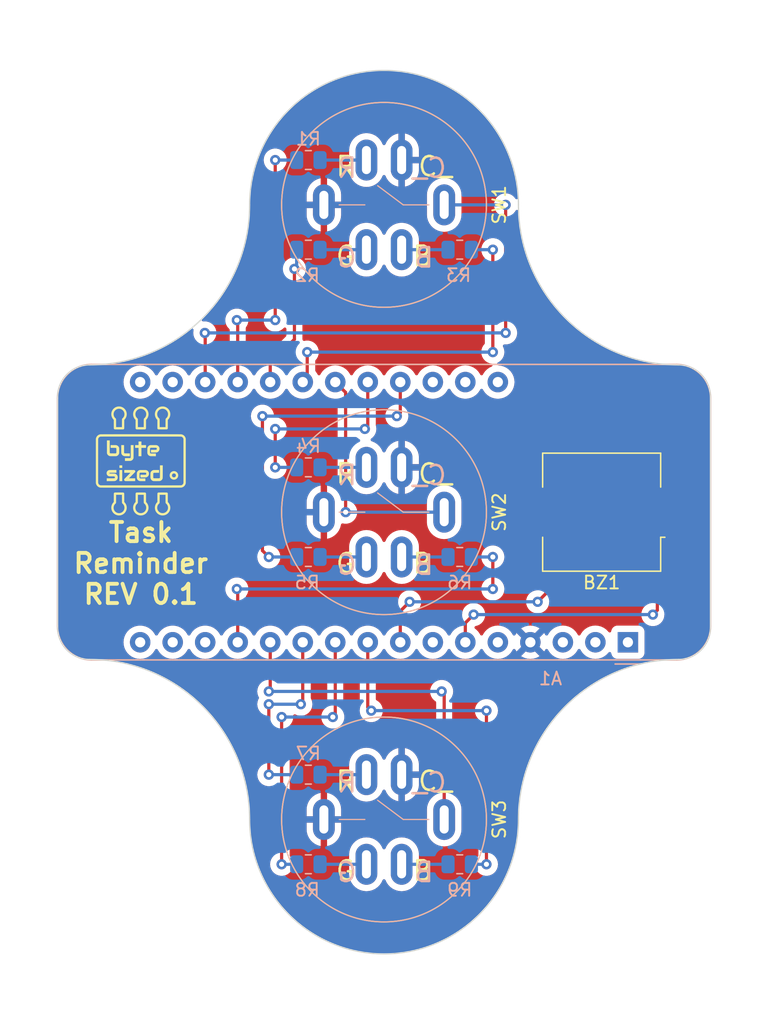
<source format=kicad_pcb>
(kicad_pcb (version 20240108) (generator "pcbnew") (generator_version "8.0")
  (title_block (title "Task Reminder") (rev "0.1"))
  (layers (0 "F.Cu" signal) (31 "B.Cu" signal) (34 "B.Paste" user) (35 "F.Paste" user) (36 "B.SilkS" user "B.Silkscreen") (37 "F.SilkS" user "F.Silkscreen") (38 "B.Mask" user) (39 "F.Mask" user) (44 "Edge.Cuts" user))
  (net 0 "")
  (net 13 "GND")
  (net 14 "Net-(SW1-G)")
  (net 15 "Net-(SW1-B)")
  (net 16 "/SW1")
  (net 17 "Net-(SW1-R)")
  (net 18 "Net-(SW2-G)")
  (net 19 "Net-(SW2-B)")
  (net 20 "/SW2")
  (net 21 "Net-(SW2-R)")
  (net 22 "Net-(SW3-G)")
  (net 23 "Net-(SW3-B)")
  (net 24 "/SW3")
  (net 25 "Net-(SW3-R)")
  (net 26 "/SW1_R")
  (net 27 "/SW1_G")
  (net 28 "/SW1_B")
  (net 29 "/SW2_R")
  (net 30 "/SW2_G")
  (net 31 "/SW2_B")
  (net 32 "/SW3_R")
  (net 33 "/SW3_G")
  (net 34 "/SW3_B")
  (net 36 "Net-(A1-I39{slash}A3)")
  (net 37 "Net-(A1-DAC1{slash}A1)")
  (footprint "byte sized engineering:byteSizedEngineeringLogo-10mm" (layer "F.Cu") (at 81 96)
    (property "Reference" "G***" (hide yes))
    (property "Value" "LOGO" (hide yes))
  )
  (footprint "Chow_Check_Library:Push_BH16NBBBRGB" (layer "F.Cu") (at 100 124 -90)
    (property "Reference" "SW3" (at 0 -9 90) (layer "F.SilkS"))
    (property "Value" "SW_Push_RGB_LED")
    (fp_text user "C_" (at -2 -5 0) (layer "B.SilkS") (effects (font (size 1.5 1.5) (thickness 0.2)) (justify left bottom mirror)))
    (fp_text user "B" (at 5 -4 0) (layer "B.SilkS") (effects (font (size 1.5 1.5) (thickness 0.2)) (justify left bottom mirror)))
    (fp_text user "G" (at 5 2 0) (layer "B.SilkS") (effects (font (size 1.5 1.5) (thickness 0.2)) (justify left bottom mirror)))
    (fp_text user "R" (at -2 2 0) (layer "B.SilkS") (effects (font (size 1.5 1.5) (thickness 0.2)) (justify left bottom mirror)))
    (fp_text user "B" (at 4 -3 0) (layer "F.SilkS") (effects (font (size 1.5 1.5) (thickness 0.2))))
    (fp_text user "G" (at 4 3 0) (layer "F.SilkS") (effects (font (size 1.5 1.5) (thickness 0.2))))
    (fp_text user "R" (at -3 3 0) (layer "F.SilkS") (effects (font (size 1.5 1.5) (thickness 0.2))))
    (fp_text user "C_" (at -3 -4 0) (layer "F.SilkS") (effects (font (size 1.5 1.5) (thickness 0.2))))
    (pad "1" thru_hole oval (at 0 4.7 270) (size 3.2 1.7) (drill oval 2.2 0.7) (layers "*.Cu" "*.Mask") (net 13 "GND"))
    (pad "2" thru_hole oval (at 3.5 1.375 270) (size 3.2 1.7) (drill oval 2.2 0.7) (layers "*.Cu" "*.Mask") (net 22 "Net-(SW3-G)"))
    (pad "3" thru_hole oval (at 3.5 -1.375 270) (size 3.2 1.7) (drill oval 2.2 0.7) (layers "*.Cu" "*.Mask") (net 23 "Net-(SW3-B)"))
    (pad "4" thru_hole oval (at 0 -4.7 270) (size 3.2 1.7) (drill oval 2.2 0.7) (layers "*.Cu" "*.Mask") (net 24 "/SW3"))
    (pad "5" thru_hole oval (at -3.5 -1.375 270) (size 3.2 1.7) (drill oval 2.2 0.7) (layers "*.Cu" "*.Mask") (net 13 "GND"))
    (pad "6" thru_hole oval (at -3.5 1.375 270) (size 3.2 1.7) (drill oval 2.2 0.7) (layers "*.Cu" "*.Mask") (net 25 "Net-(SW3-R)"))
  )
  (footprint "Buzzer_Beeper:Buzzer_Murata_PKMCS0909E" (layer "F.Cu") (at 117 100 180)
    (property "Reference" "BZ1" (at 0 -5.5 0) (layer "F.SilkS"))
    (property "Value" "Buzzer")
    (pad "1" smd rect (at -4.35 0 180) (size 1.3 3.4) (layers "F.Cu" "F.Paste" "F.Mask") (net 37 "Net-(A1-DAC1{slash}A1)"))
    (pad "2" smd rect (at 4.35 0 180) (size 1.3 3.4) (layers "F.Cu" "F.Paste" "F.Mask") (net 36 "Net-(A1-I39{slash}A3)"))
  )
  (footprint "Chow_Check_Library:Push_BH16NBBBRGB" (layer "F.Cu") (at 100 76 -90)
    (property "Reference" "SW1" (at 0 -9 90) (layer "F.SilkS"))
    (property "Value" "SW_Push_RGB_LED")
    (fp_text user "G" (at 5 2 0) (layer "B.SilkS") (effects (font (size 1.5 1.5) (thickness 0.2)) (justify left bottom mirror)))
    (fp_text user "C_" (at -2 -5 0) (layer "B.SilkS") (effects (font (size 1.5 1.5) (thickness 0.2)) (justify left bottom mirror)))
    (fp_text user "R" (at -2 2 0) (layer "B.SilkS") (effects (font (size 1.5 1.5) (thickness 0.2)) (justify left bottom mirror)))
    (fp_text user "B" (at 5 -4 0) (layer "B.SilkS") (effects (font (size 1.5 1.5) (thickness 0.2)) (justify left bottom mirror)))
    (fp_text user "C_" (at -3 -4 0) (layer "F.SilkS") (effects (font (size 1.5 1.5) (thickness 0.2))))
    (fp_text user "G" (at 4 3 0) (layer "F.SilkS") (effects (font (size 1.5 1.5) (thickness 0.2))))
    (fp_text user "R" (at -3 3 0) (layer "F.SilkS") (effects (font (size 1.5 1.5) (thickness 0.2))))
    (fp_text user "B" (at 4 -3 0) (layer "F.SilkS") (effects (font (size 1.5 1.5) (thickness 0.2))))
    (pad "1" thru_hole oval (at 0 4.7 270) (size 3.2 1.7) (drill oval 2.2 0.7) (layers "*.Cu" "*.Mask") (net 13 "GND"))
    (pad "2" thru_hole oval (at 3.5 1.375 270) (size 3.2 1.7) (drill oval 2.2 0.7) (layers "*.Cu" "*.Mask") (net 14 "Net-(SW1-G)"))
    (pad "3" thru_hole oval (at 3.5 -1.375 270) (size 3.2 1.7) (drill oval 2.2 0.7) (layers "*.Cu" "*.Mask") (net 15 "Net-(SW1-B)"))
    (pad "4" thru_hole oval (at 0 -4.7 270) (size 3.2 1.7) (drill oval 2.2 0.7) (layers "*.Cu" "*.Mask") (net 16 "/SW1"))
    (pad "5" thru_hole oval (at -3.5 -1.375 270) (size 3.2 1.7) (drill oval 2.2 0.7) (layers "*.Cu" "*.Mask") (net 13 "GND"))
    (pad "6" thru_hole oval (at -3.5 1.375 270) (size 3.2 1.7) (drill oval 2.2 0.7) (layers "*.Cu" "*.Mask") (net 17 "Net-(SW1-R)"))
  )
  (footprint "Chow_Check_Library:Push_BH16NBBBRGB" (layer "F.Cu") (at 100 100 -90)
    (property "Reference" "SW2" (at 0 -9 90) (layer "F.SilkS"))
    (property "Value" "SW_Push_RGB_LED")
    (fp_text user "R" (at -2 2 0) (layer "B.SilkS") (effects (font (size 1.5 1.5) (thickness 0.2)) (justify left bottom mirror)))
    (fp_text user "G" (at 5 2 0) (layer "B.SilkS") (effects (font (size 1.5 1.5) (thickness 0.2)) (justify left bottom mirror)))
    (fp_text user "B" (at 5 -4 0) (layer "B.SilkS") (effects (font (size 1.5 1.5) (thickness 0.2)) (justify left bottom mirror)))
    (fp_text user "C_" (at -2 -5 0) (layer "B.SilkS") (effects (font (size 1.5 1.5) (thickness 0.2)) (justify left bottom mirror)))
    (fp_text user "C_" (at -3 -4 0) (layer "F.SilkS") (effects (font (size 1.5 1.5) (thickness 0.2))))
    (fp_text user "B" (at 4 -3 0) (layer "F.SilkS") (effects (font (size 1.5 1.5) (thickness 0.2))))
    (fp_text user "R" (at -3 3 0) (layer "F.SilkS") (effects (font (size 1.5 1.5) (thickness 0.2))))
    (fp_text user "G" (at 4 3 0) (layer "F.SilkS") (effects (font (size 1.5 1.5) (thickness 0.2))))
    (pad "1" thru_hole oval (at 0 4.7 270) (size 3.2 1.7) (drill oval 2.2 0.7) (layers "*.Cu" "*.Mask") (net 13 "GND"))
    (pad "2" thru_hole oval (at 3.5 1.375 270) (size 3.2 1.7) (drill oval 2.2 0.7) (layers "*.Cu" "*.Mask") (net 18 "Net-(SW2-G)"))
    (pad "3" thru_hole oval (at 3.5 -1.375 270) (size 3.2 1.7) (drill oval 2.2 0.7) (layers "*.Cu" "*.Mask") (net 19 "Net-(SW2-B)"))
    (pad "4" thru_hole oval (at 0 -4.7 270) (size 3.2 1.7) (drill oval 2.2 0.7) (layers "*.Cu" "*.Mask") (net 20 "/SW2"))
    (pad "5" thru_hole oval (at -3.5 -1.375 270) (size 3.2 1.7) (drill oval 2.2 0.7) (layers "*.Cu" "*.Mask") (net 13 "GND"))
    (pad "6" thru_hole oval (at -3.5 1.375 270) (size 3.2 1.7) (drill oval 2.2 0.7) (layers "*.Cu" "*.Mask") (net 21 "Net-(SW2-R)"))
  )
  (footprint "Resistor_SMD:R_0805_2012Metric" (layer "B.Cu") (at 94.0875 96.5 180)
    (property "Reference" "R4" (at 0 1.65 0) (layer "B.SilkS") (effects (justify mirror)))
    (property "Value" "1k")
    (pad "1" smd roundrect (at -0.9125 0 180) (size 1.025 1.4) (layers "B.Cu" "B.Paste" "B.Mask") (roundrect_rratio 0.243902439) (net 21 "Net-(SW2-R)"))
    (pad "2" smd roundrect (at 0.9125 0 180) (size 1.025 1.4) (layers "B.Cu" "B.Paste" "B.Mask") (roundrect_rratio 0.243902439) (net 29 "/SW2_R"))
  )
  (footprint "Resistor_SMD:R_0805_2012Metric" (layer "B.Cu") (at 105.9125 103.5)
    (property "Reference" "R6" (at 0 2 0) (layer "B.SilkS") (effects (justify mirror)))
    (property "Value" "1k")
    (pad "1" smd roundrect (at -0.9125 0) (size 1.025 1.4) (layers "B.Cu" "B.Paste" "B.Mask") (roundrect_rratio 0.243902439) (net 19 "Net-(SW2-B)"))
    (pad "2" smd roundrect (at 0.9125 0) (size 1.025 1.4) (layers "B.Cu" "B.Paste" "B.Mask") (roundrect_rratio 0.243902439) (net 31 "/SW2_B"))
  )
  (footprint "Resistor_SMD:R_0805_2012Metric" (layer "B.Cu") (at 105.9125 79.5)
    (property "Reference" "R3" (at -0.0875 2 0) (layer "B.SilkS") (effects (justify mirror)))
    (property "Value" "1k")
    (pad "1" smd roundrect (at -0.9125 0) (size 1.025 1.4) (layers "B.Cu" "B.Paste" "B.Mask") (roundrect_rratio 0.243902439) (net 15 "Net-(SW1-B)"))
    (pad "2" smd roundrect (at 0.9125 0) (size 1.025 1.4) (layers "B.Cu" "B.Paste" "B.Mask") (roundrect_rratio 0.243902439) (net 28 "/SW1_B"))
  )
  (footprint "Resistor_SMD:R_0805_2012Metric" (layer "B.Cu") (at 94.0875 79.5 180)
    (property "Reference" "R2" (at 0.0875 -2 0) (layer "B.SilkS") (effects (justify mirror)))
    (property "Value" "1k")
    (pad "1" smd roundrect (at -0.9125 0 180) (size 1.025 1.4) (layers "B.Cu" "B.Paste" "B.Mask") (roundrect_rratio 0.243902439) (net 14 "Net-(SW1-G)"))
    (pad "2" smd roundrect (at 0.9125 0 180) (size 1.025 1.4) (layers "B.Cu" "B.Paste" "B.Mask") (roundrect_rratio 0.243902439) (net 27 "/SW1_G"))
  )
  (footprint "Resistor_SMD:R_0805_2012Metric" (layer "B.Cu") (at 94.0875 72.5 180)
    (property "Reference" "R1" (at 0 1.65 0) (layer "B.SilkS") (effects (justify mirror)))
    (property "Value" "1k")
    (pad "1" smd roundrect (at -0.9125 0 180) (size 1.025 1.4) (layers "B.Cu" "B.Paste" "B.Mask") (roundrect_rratio 0.243902439) (net 17 "Net-(SW1-R)"))
    (pad "2" smd roundrect (at 0.9125 0 180) (size 1.025 1.4) (layers "B.Cu" "B.Paste" "B.Mask") (roundrect_rratio 0.243902439) (net 26 "/SW1_R"))
  )
  (footprint "Resistor_SMD:R_0805_2012Metric" (layer "B.Cu") (at 94.0875 127.5 180)
    (property "Reference" "R8" (at 0.0875 -2 0) (layer "B.SilkS") (effects (justify mirror)))
    (property "Value" "1k")
    (pad "1" smd roundrect (at -0.9125 0 180) (size 1.025 1.4) (layers "B.Cu" "B.Paste" "B.Mask") (roundrect_rratio 0.243902439) (net 22 "Net-(SW3-G)"))
    (pad "2" smd roundrect (at 0.9125 0 180) (size 1.025 1.4) (layers "B.Cu" "B.Paste" "B.Mask") (roundrect_rratio 0.243902439) (net 33 "/SW3_G"))
  )
  (footprint "Resistor_SMD:R_0805_2012Metric" (layer "B.Cu") (at 105.9125 127.5)
    (property "Reference" "R9" (at 0 2 0) (layer "B.SilkS") (effects (justify mirror)))
    (property "Value" "1k")
    (pad "1" smd roundrect (at -0.9125 0) (size 1.025 1.4) (layers "B.Cu" "B.Paste" "B.Mask") (roundrect_rratio 0.243902439) (net 23 "Net-(SW3-B)"))
    (pad "2" smd roundrect (at 0.9125 0) (size 1.025 1.4) (layers "B.Cu" "B.Paste" "B.Mask") (roundrect_rratio 0.243902439) (net 34 "/SW3_B"))
  )
  (footprint "Module:Adafruit_Feather" (layer "B.Cu") (at 119.05 110.16 90)
    (property "Reference" "A1" (at -2.84 -6.05 180) (layer "B.SilkS") (effects (justify mirror)))
    (property "Value" "Adafruit_Feather_HUZZAH32_ESP32")
    (pad "1" thru_hole rect (at 0 0 270) (size 1.6 1.6) (drill 0.8) (layers "*.Cu" "*.Mask"))
    (pad "2" thru_hole circle (at 0 -2.54 270) (size 1.6 1.6) (drill 0.8) (layers "*.Cu" "*.Mask"))
    (pad "3" thru_hole circle (at 0 -5.08 270) (size 1.6 1.6) (drill 0.8) (layers "*.Cu" "*.Mask"))
    (pad "4" thru_hole circle (at 0 -7.62 270) (size 1.6 1.6) (drill 0.8) (layers "*.Cu" "*.Mask") (net 13 "GND"))
    (pad "5" thru_hole circle (at 0 -10.16 270) (size 1.6 1.6) (drill 0.8) (layers "*.Cu" "*.Mask"))
    (pad "6" thru_hole circle (at 0 -12.7 270) (size 1.6 1.6) (drill 0.8) (layers "*.Cu" "*.Mask") (net 37 "Net-(A1-DAC1{slash}A1)"))
    (pad "7" thru_hole circle (at 0 -15.24 270) (size 1.6 1.6) (drill 0.8) (layers "*.Cu" "*.Mask"))
    (pad "8" thru_hole circle (at 0 -17.78 270) (size 1.6 1.6) (drill 0.8) (layers "*.Cu" "*.Mask") (net 36 "Net-(A1-I39{slash}A3)"))
    (pad "9" thru_hole circle (at 0 -20.32 270) (size 1.6 1.6) (drill 0.8) (layers "*.Cu" "*.Mask") (net 34 "/SW3_B"))
    (pad "10" thru_hole circle (at 0 -22.86 270) (size 1.6 1.6) (drill 0.8) (layers "*.Cu" "*.Mask") (net 33 "/SW3_G"))
    (pad "11" thru_hole circle (at 0 -25.4 270) (size 1.6 1.6) (drill 0.8) (layers "*.Cu" "*.Mask") (net 32 "/SW3_R"))
    (pad "12" thru_hole circle (at 0 -27.94 270) (size 1.6 1.6) (drill 0.8) (layers "*.Cu" "*.Mask") (net 24 "/SW3"))
    (pad "13" thru_hole circle (at 0 -30.48 270) (size 1.6 1.6) (drill 0.8) (layers "*.Cu" "*.Mask") (net 31 "/SW2_B"))
    (pad "14" thru_hole circle (at 0 -33.02 270) (size 1.6 1.6) (drill 0.8) (layers "*.Cu" "*.Mask"))
    (pad "15" thru_hole circle (at 0 -35.56 270) (size 1.6 1.6) (drill 0.8) (layers "*.Cu" "*.Mask"))
    (pad "16" thru_hole circle (at 0 -38.1 270) (size 1.6 1.6) (drill 0.8) (layers "*.Cu" "*.Mask"))
    (pad "17" thru_hole circle (at 20.32 -38.1 270) (size 1.6 1.6) (drill 0.8) (layers "*.Cu" "*.Mask"))
    (pad "18" thru_hole circle (at 20.32 -35.56 270) (size 1.6 1.6) (drill 0.8) (layers "*.Cu" "*.Mask"))
    (pad "19" thru_hole circle (at 20.32 -33.02 270) (size 1.6 1.6) (drill 0.8) (layers "*.Cu" "*.Mask") (net 16 "/SW1"))
    (pad "20" thru_hole circle (at 20.32 -30.48 270) (size 1.6 1.6) (drill 0.8) (layers "*.Cu" "*.Mask") (net 26 "/SW1_R"))
    (pad "21" thru_hole circle (at 20.32 -27.94 270) (size 1.6 1.6) (drill 0.8) (layers "*.Cu" "*.Mask") (net 27 "/SW1_G"))
    (pad "22" thru_hole circle (at 20.32 -25.4 270) (size 1.6 1.6) (drill 0.8) (layers "*.Cu" "*.Mask") (net 28 "/SW1_B"))
    (pad "23" thru_hole circle (at 20.32 -22.86 270) (size 1.6 1.6) (drill 0.8) (layers "*.Cu" "*.Mask") (net 20 "/SW2"))
    (pad "24" thru_hole circle (at 20.32 -20.32 270) (size 1.6 1.6) (drill 0.8) (layers "*.Cu" "*.Mask") (net 29 "/SW2_R"))
    (pad "25" thru_hole circle (at 20.32 -17.78 270) (size 1.6 1.6) (drill 0.8) (layers "*.Cu" "*.Mask") (net 30 "/SW2_G"))
    (pad "26" thru_hole circle (at 20.32 -15.24 270) (size 1.6 1.6) (drill 0.8) (layers "*.Cu" "*.Mask"))
    (pad "27" thru_hole circle (at 20.32 -12.7 270) (size 1.6 1.6) (drill 0.8) (layers "*.Cu" "*.Mask"))
    (pad "28" thru_hole circle (at 20.32 -10.16 270) (size 1.6 1.6) (drill 0.8) (layers "*.Cu" "*.Mask"))
  )
  (footprint "Resistor_SMD:R_0805_2012Metric" (layer "B.Cu") (at 94.0875 120.5 180)
    (property "Reference" "R7" (at 0 1.65 0) (layer "B.SilkS") (effects (justify mirror)))
    (property "Value" "1k")
    (pad "1" smd roundrect (at -0.9125 0 180) (size 1.025 1.4) (layers "B.Cu" "B.Paste" "B.Mask") (roundrect_rratio 0.243902439) (net 25 "Net-(SW3-R)"))
    (pad "2" smd roundrect (at 0.9125 0 180) (size 1.025 1.4) (layers "B.Cu" "B.Paste" "B.Mask") (roundrect_rratio 0.243902439) (net 32 "/SW3_R"))
  )
  (footprint "Resistor_SMD:R_0805_2012Metric" (layer "B.Cu") (at 94.0875 103.5 180)
    (property "Reference" "R5" (at 0.0875 -2 0) (layer "B.SilkS") (effects (justify mirror)))
    (property "Value" "1k")
    (pad "1" smd roundrect (at -0.9125 0 180) (size 1.025 1.4) (layers "B.Cu" "B.Paste" "B.Mask") (roundrect_rratio 0.243902439) (net 18 "Net-(SW2-G)"))
    (pad "2" smd roundrect (at 0.9125 0 180) (size 1.025 1.4) (layers "B.Cu" "B.Paste" "B.Mask") (roundrect_rratio 0.243902439) (net 30 "/SW2_G"))
  )
  (gr_arc (start 125.5 109) (mid 124.767767 110.767767) (end 123 111.5) (stroke (width 0.1)) (layer "Edge.Cuts"))
  (gr_line (start 74.5 91) (end 74.5 109) (stroke (width 0.1)) (layer "Edge.Cuts"))
  (gr_arc (start 110.5 124) (mid 100 134.5) (end 89.5 124) (stroke (width 0.1)) (layer "Edge.Cuts"))
  (gr_arc (start 77 111.5) (mid 75.232233 110.767767) (end 74.5 109) (stroke (width 0.1)) (layer "Edge.Cuts"))
  (gr_arc (start 123 88.5) (mid 114.161165 84.838835) (end 110.5 76) (stroke (width 0.1)) (layer "Edge.Cuts"))
  (gr_arc (start 74.5 91) (mid 75.232233 89.232233) (end 77 88.5) (stroke (width 0.1)) (layer "Edge.Cuts"))
  (gr_arc (start 77 111.5) (mid 85.838835 115.161165) (end 89.5 124) (stroke (width 0.1)) (layer "Edge.Cuts"))
  (gr_arc (start 89.5 76) (mid 85.838835 84.838835) (end 77 88.5) (stroke (width 0.1)) (layer "Edge.Cuts"))
  (gr_arc (start 123 88.5) (mid 124.767767 89.232233) (end 125.5 91) (stroke (width 0.1)) (layer "Edge.Cuts"))
  (gr_arc (start 110.5 124) (mid 114.161165 115.161165) (end 123 111.5) (stroke (width 0.1)) (layer "Edge.Cuts"))
  (gr_arc (start 89.5 76) (mid 100 65.5) (end 110.5 76) (stroke (width 0.1)) (layer "Edge.Cuts"))
  (gr_line (start 125.5 91) (end 125.5 109) (stroke (width 0.1)) (layer "Edge.Cuts"))
  (gr_text "Task\nReminder\nREV ${REVISION}" (at 81 104 0) (layer "F.SilkS") (effects (font (size 1.5 1.5) (thickness 0.3) (bold yes))))
  (segment (start 95 79.5) (end 98.625 79.5) (width 0.25) (layer "B.Cu") (net 14))
  (segment (start 105 79.5) (end 101.375 79.5) (width 0.25) (layer "B.Cu") (net 15))
  (segment (start 86 86) (end 86.03 86.47) (width 0.25) (layer "F.Cu") (net 16))
  (segment (start 86.03 86.47) (end 86.03 89.84) (width 0.25) (layer "F.Cu") (net 16))
  (segment (start 109.5 86) (end 109.5 76) (width 0.25) (layer "F.Cu") (net 16))
  (via (at 109.5 76) (size 0.8) (drill 0.4) (layers "F.Cu" "B.Cu") (net 16))
  (via (at 86 86) (size 0.8) (drill 0.4) (layers "F.Cu" "B.Cu") (net 16))
  (via (at 109.5 86) (size 0.8) (drill 0.4) (layers "F.Cu" "B.Cu") (net 16))
  (segment (start 109.5 76) (end 104.7 76) (width 0.25) (layer "B.Cu") (net 16))
  (segment (start 86 86) (end 109.5 86) (width 0.25) (layer "B.Cu") (net 16))
  (segment (start 95 72.5) (end 98.625 72.5) (width 0.25) (layer "B.Cu") (net 17))
  (segment (start 95 103.5) (end 98.625 103.5) (width 0.25) (layer "B.Cu") (net 18))
  (segment (start 105 103.5) (end 101.375 103.5) (width 0.25) (layer "B.Cu") (net 19))
  (segment (start 97 90.65) (end 97 100) (width 0.25) (layer "F.Cu") (net 20))
  (segment (start 96.19 89.84) (end 97 90.65) (width 0.25) (layer "F.Cu") (net 20))
  (via (at 97 100) (size 0.8) (drill 0.4) (layers "F.Cu" "B.Cu") (net 20))
  (segment (start 97 100) (end 104.7 100) (width 0.25) (layer "B.Cu") (net 20))
  (segment (start 95 96.5) (end 98.625 96.5) (width 0.25) (layer "B.Cu") (net 21))
  (segment (start 95 127.5) (end 98.625 127.5) (width 0.25) (layer "B.Cu") (net 22))
  (segment (start 105 127.5) (end 101.375 127.5) (width 0.25) (layer "B.Cu") (net 23))
  (segment (start 91.11 110.16) (end 91.11 113.89) (width 0.25) (layer "F.Cu") (net 24))
  (segment (start 104.7 114.2) (end 104.7 124) (width 0.25) (layer "F.Cu") (net 24))
  (segment (start 104.5 114) (end 104.7 114.2) (width 0.25) (layer "F.Cu") (net 24))
  (segment (start 91.11 113.89) (end 91 114) (width 0.25) (layer "F.Cu") (net 24))
  (via (at 104.5 114) (size 0.8) (drill 0.4) (layers "F.Cu" "B.Cu") (net 24))
  (via (at 91 114) (size 0.8) (drill 0.4) (layers "F.Cu" "B.Cu") (net 24))
  (segment (start 91 114) (end 104.5 114) (width 0.25) (layer "B.Cu") (net 24))
  (segment (start 95 120.5) (end 98.625 120.5) (width 0.25) (layer "B.Cu") (net 25))
  (segment (start 88.57 89.84) (end 88.57 85.07) (width 0.25) (layer "F.Cu") (net 26))
  (segment (start 91.5 85) (end 91.5 72.5) (width 0.25) (layer "F.Cu") (net 26))
  (segment (start 88.57 85.07) (end 88.5 85) (width 0.25) (layer "F.Cu") (net 26))
  (via (at 91.5 85) (size 0.8) (drill 0.4) (layers "F.Cu" "B.Cu") (net 26))
  (via (at 88.5 85) (size 0.8) (drill 0.4) (layers "F.Cu" "B.Cu") (net 26))
  (via (at 91.5 72.5) (size 0.8) (drill 0.4) (layers "F.Cu" "B.Cu") (net 26))
  (segment (start 91.5 72.5) (end 93.175 72.5) (width 0.25) (layer "B.Cu") (net 26))
  (segment (start 88.5 85) (end 91.5 85) (width 0.25) (layer "B.Cu") (net 26))
  (segment (start 93 81) (end 93 86.5) (width 0.25) (layer "F.Cu") (net 27))
  (segment (start 91.11 88.39) (end 91.11 89.84) (width 0.25) (layer "F.Cu") (net 27))
  (segment (start 93 86.5) (end 91.11 88.39) (width 0.25) (layer "F.Cu") (net 27))
  (via (at 93 81) (size 0.8) (drill 0.4) (layers "F.Cu" "B.Cu") (net 27))
  (segment (start 93.175 80.825) (end 93 81) (width 0.25) (layer "B.Cu") (net 27))
  (segment (start 93.175 79.5) (end 93.175 80.825) (width 0.25) (layer "B.Cu") (net 27))
  (segment (start 94 87.5) (end 94 89.49) (width 0.25) (layer "F.Cu") (net 28))
  (segment (start 94 89.49) (end 93.65 89.84) (width 0.25) (layer "F.Cu") (net 28))
  (segment (start 108.5 79.5) (end 108.5 87.5) (width 0.25) (layer "F.Cu") (net 28))
  (via (at 108.5 87.5) (size 0.8) (drill 0.4) (layers "F.Cu" "B.Cu") (net 28))
  (via (at 108.5 79.5) (size 0.8) (drill 0.4) (layers "F.Cu" "B.Cu") (net 28))
  (via (at 94 87.5) (size 0.8) (drill 0.4) (layers "F.Cu" "B.Cu") (net 28))
  (segment (start 106.825 79.5) (end 108.5 79.5) (width 0.25) (layer "B.Cu") (net 28))
  (segment (start 108.5 87.5) (end 94 87.5) (width 0.25) (layer "B.Cu") (net 28))
  (segment (start 98.73 89.84) (end 98.73 93.27) (width 0.25) (layer "F.Cu") (net 29))
  (segment (start 98.73 93.27) (end 98.5 93.5) (width 0.25) (layer "F.Cu") (net 29))
  (segment (start 91.5 93.5) (end 91.5 96.5) (width 0.25) (layer "F.Cu") (net 29))
  (via (at 98.5 93.5) (size 0.8) (drill 0.4) (layers "F.Cu" "B.Cu") (net 29))
  (via (at 91.5 96.5) (size 0.8) (drill 0.4) (layers "F.Cu" "B.Cu") (net 29))
  (via (at 91.5 93.5) (size 0.8) (drill 0.4) (layers "F.Cu" "B.Cu") (net 29))
  (segment (start 98.5 93.5) (end 91.5 93.5) (width 0.25) (layer "B.Cu") (net 29))
  (segment (start 91.5 96.5) (end 93.175 96.5) (width 0.25) (layer "B.Cu") (net 29))
  (segment (start 90.5 103) (end 91 103.5) (width 0.25) (layer "F.Cu") (net 30))
  (segment (start 101.27 89.84) (end 101.27 92.23) (width 0.25) (layer "F.Cu") (net 30))
  (segment (start 101.27 92.23) (end 101 92.5) (width 0.25) (layer "F.Cu") (net 30))
  (segment (start 90.5 92.5) (end 90.5 103) (width 0.25) (layer "F.Cu") (net 30))
  (via (at 101 92.5) (size 0.8) (drill 0.4) (layers "F.Cu" "B.Cu") (net 30))
  (via (at 90.5 92.5) (size 0.8) (drill 0.4) (layers "F.Cu" "B.Cu") (net 30))
  (via (at 91 103.5) (size 0.8) (drill 0.4) (layers "F.Cu" "B.Cu") (net 30))
  (segment (start 101 92.5) (end 90.5 92.5) (width 0.25) (layer "B.Cu") (net 30))
  (segment (start 91 103.5) (end 93.175 103.5) (width 0.25) (layer "B.Cu") (net 30))
  (segment (start 88.57 110.16) (end 88.57 106.07) (width 0.25) (layer "F.Cu") (net 31))
  (segment (start 88.57 106.07) (end 88.5 106) (width 0.25) (layer "F.Cu") (net 31))
  (segment (start 108.5 106) (end 108.5 103.5) (width 0.25) (layer "F.Cu") (net 31))
  (via (at 108.5 103.5) (size 0.8) (drill 0.4) (layers "F.Cu" "B.Cu") (net 31))
  (via (at 108.5 106) (size 0.8) (drill 0.4) (layers "F.Cu" "B.Cu") (net 31))
  (via (at 88.5 106) (size 0.8) (drill 0.4) (layers "F.Cu" "B.Cu") (net 31))
  (segment (start 88.5 106) (end 108.5 106) (width 0.25) (layer "B.Cu") (net 31))
  (segment (start 108.5 103.5) (end 106.825 103.5) (width 0.25) (layer "B.Cu") (net 31))
  (segment (start 93.5 115) (end 93.65 114.85) (width 0.25) (layer "F.Cu") (net 32))
  (segment (start 91 115) (end 91 120.5) (width 0.25) (layer "F.Cu") (net 32))
  (segment (start 93.65 114.85) (end 93.65 110.16) (width 0.25) (layer "F.Cu") (net 32))
  (via (at 91 120.5) (size 0.8) (drill 0.4) (layers "F.Cu" "B.Cu") (net 32))
  (via (at 93.5 115) (size 0.8) (drill 0.4) (layers "F.Cu" "B.Cu") (net 32))
  (via (at 91 115) (size 0.8) (drill 0.4) (layers "F.Cu" "B.Cu") (net 32))
  (segment (start 93.5 115) (end 91 115) (width 0.25) (layer "B.Cu") (net 32))
  (segment (start 91 120.5) (end 93.175 120.5) (width 0.25) (layer "B.Cu") (net 32))
  (segment (start 92 116) (end 92 127.5) (width 0.25) (layer "F.Cu") (net 33))
  (segment (start 96.19 115.81) (end 96.19 110.16) (width 0.25) (layer "F.Cu") (net 33))
  (segment (start 96 116) (end 96.19 115.81) (width 0.25) (layer "F.Cu") (net 33))
  (via (at 92 127.5) (size 0.8) (drill 0.4) (layers "F.Cu" "B.Cu") (net 33))
  (via (at 96 116) (size 0.8) (drill 0.4) (layers "F.Cu" "B.Cu") (net 33))
  (via (at 92 116) (size 0.8) (drill 0.4) (layers "F.Cu" "B.Cu") (net 33))
  (segment (start 92 127.5) (end 93.175 127.5) (width 0.25) (layer "B.Cu") (net 33))
  (segment (start 96 116) (end 92 116) (width 0.25) (layer "B.Cu") (net 33))
  (segment (start 108 115.5) (end 108 127.5) (width 0.25) (layer "F.Cu") (net 34))
  (segment (start 98.73 115.23) (end 99 115.5) (width 0.25) (layer "F.Cu") (net 34))
  (segment (start 98.73 110.16) (end 98.73 115.23) (width 0.25) (layer "F.Cu") (net 34))
  (via (at 99 115.5) (size 0.8) (drill 0.4) (layers "F.Cu" "B.Cu") (net 34))
  (via (at 108 115.5) (size 0.8) (drill 0.4) (layers "F.Cu" "B.Cu") (net 34))
  (via (at 108 127.5) (size 0.8) (drill 0.4) (layers "F.Cu" "B.Cu") (net 34))
  (segment (start 108 127.5) (end 106.825 127.5) (width 0.25) (layer "B.Cu") (net 34))
  (segment (start 99 115.5) (end 108 115.5) (width 0.25) (layer "B.Cu") (net 34))
  (segment (start 102 107) (end 101.27 107.73) (width 0.25) (layer "F.Cu") (net 36))
  (segment (start 101.27 107.73) (end 101.27 110.16) (width 0.25) (layer "F.Cu") (net 36))
  (segment (start 112.65 106.35) (end 112.65 100) (width 0.25) (layer "F.Cu") (net 36))
  (segment (start 112 107) (end 112.65 106.35) (width 0.25) (layer "F.Cu") (net 36))
  (via (at 102 107) (size 0.8) (drill 0.4) (layers "F.Cu" "B.Cu") (net 36))
  (via (at 112 107) (size 0.8) (drill 0.4) (layers "F.Cu" "B.Cu") (net 36))
  (segment (start 102 107) (end 112 107) (width 0.25) (layer "B.Cu") (net 36))
  (segment (start 106.35 110.16) (end 106.35 108.65) (width 0.25) (layer "F.Cu") (net 37))
  (segment (start 121.35 107.65) (end 121.35 100) (width 0.25) (layer "F.Cu") (net 37))
  (segment (start 121 108) (end 121.35 107.65) (width 0.25) (layer "F.Cu") (net 37))
  (segment (start 106.35 108.65) (end 107 108) (width 0.25) (layer "F.Cu") (net 37))
  (via (at 121 108) (size 0.8) (drill 0.4) (layers "F.Cu" "B.Cu") (net 37))
  (via (at 107 108) (size 0.8) (drill 0.4) (layers "F.Cu" "B.Cu") (net 37))
  (segment (start 107 108) (end 121 108) (width 0.25) (layer "B.Cu") (net 37))
  (zone (net 13) (net_name "GND") (layer "F.Cu") (priority 1) (connect_pads (clearance 0.5)) (min_thickness 0.25) (fill yes (thermal_gap 0.5) (thermal_bridge_width 0.5))
    (polygon (pts (xy 71 61) (xy 129 61) (xy 129 139) (xy 71 139)))
  )
  (zone (net 13) (net_name "GND") (layer "B.Cu") (connect_pads (clearance 0.5)) (min_thickness 0.25) (fill yes (thermal_gap 0.5) (thermal_bridge_width 0.5))
    (polygon (pts (xy 70 60) (xy 130 60) (xy 130 140) (xy 70 140)))
  )
)
</source>
